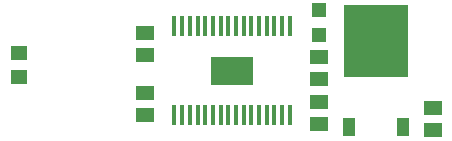
<source format=gbr>
G04 EAGLE Gerber RS-274X export*
G75*
%MOMM*%
%FSLAX34Y34*%
%LPD*%
%INSolderpaste Top*%
%IPPOS*%
%AMOC8*
5,1,8,0,0,1.08239X$1,22.5*%
G01*
%ADD10R,0.300000X1.800000*%
%ADD11R,3.600000X2.400000*%
%ADD12R,1.400000X1.200000*%
%ADD13R,5.400000X6.200000*%
%ADD14R,1.000000X1.600000*%
%ADD15R,1.500000X1.300000*%
%ADD16R,1.200000X1.200000*%


D10*
X210330Y89500D03*
X216830Y89500D03*
X223330Y89500D03*
X229830Y89500D03*
X236330Y89500D03*
X242830Y89500D03*
X249330Y89500D03*
X255830Y89500D03*
X262330Y89500D03*
X268830Y89500D03*
X275330Y89500D03*
X281830Y89500D03*
X288330Y89500D03*
X294830Y89500D03*
X301330Y89500D03*
X307830Y89500D03*
X307830Y164500D03*
X301330Y164500D03*
X294830Y164500D03*
X288330Y164500D03*
X281830Y164500D03*
X275330Y164500D03*
X268830Y164500D03*
X262330Y164500D03*
X255830Y164500D03*
X249330Y164500D03*
X242830Y164500D03*
X236330Y164500D03*
X229830Y164500D03*
X223330Y164500D03*
X216830Y164500D03*
X210330Y164500D03*
D11*
X259080Y127000D03*
D12*
X78740Y121826D03*
X78740Y142334D03*
D13*
X381000Y152000D03*
D14*
X358200Y79000D03*
X403800Y79000D03*
D15*
X185420Y159360D03*
X185420Y140360D03*
X332740Y81940D03*
X332740Y100940D03*
X429260Y76860D03*
X429260Y95860D03*
D16*
X332740Y157140D03*
X332740Y178140D03*
D15*
X332740Y120040D03*
X332740Y139040D03*
X185420Y89560D03*
X185420Y108560D03*
M02*

</source>
